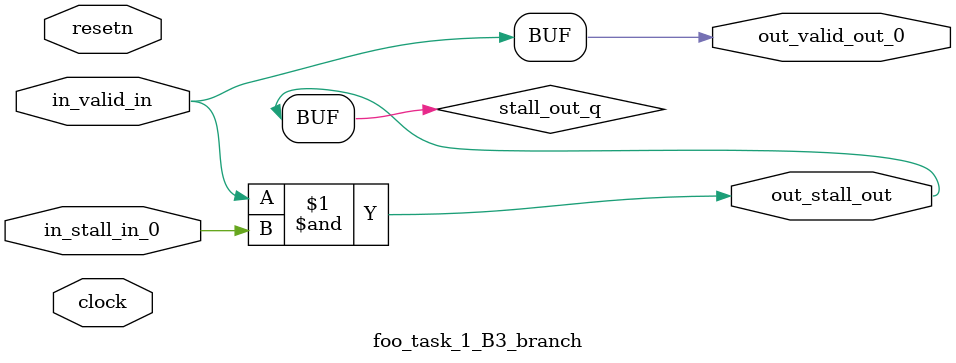
<source format=sv>



(* altera_attribute = "-name AUTO_SHIFT_REGISTER_RECOGNITION OFF; -name MESSAGE_DISABLE 10036; -name MESSAGE_DISABLE 10037; -name MESSAGE_DISABLE 14130; -name MESSAGE_DISABLE 14320; -name MESSAGE_DISABLE 15400; -name MESSAGE_DISABLE 14130; -name MESSAGE_DISABLE 10036; -name MESSAGE_DISABLE 12020; -name MESSAGE_DISABLE 12030; -name MESSAGE_DISABLE 12010; -name MESSAGE_DISABLE 12110; -name MESSAGE_DISABLE 14320; -name MESSAGE_DISABLE 13410; -name MESSAGE_DISABLE 113007; -name MESSAGE_DISABLE 10958" *)
module foo_task_1_B3_branch (
    input wire [0:0] in_stall_in_0,
    input wire [0:0] in_valid_in,
    output wire [0:0] out_stall_out,
    output wire [0:0] out_valid_out_0,
    input wire clock,
    input wire resetn
    );

    wire [0:0] stall_out_q;


    // stall_out(LOGICAL,6)
    assign stall_out_q = in_valid_in & in_stall_in_0;

    // out_stall_out(GPOUT,4)
    assign out_stall_out = stall_out_q;

    // out_valid_out_0(GPOUT,5)
    assign out_valid_out_0 = in_valid_in;

endmodule

</source>
